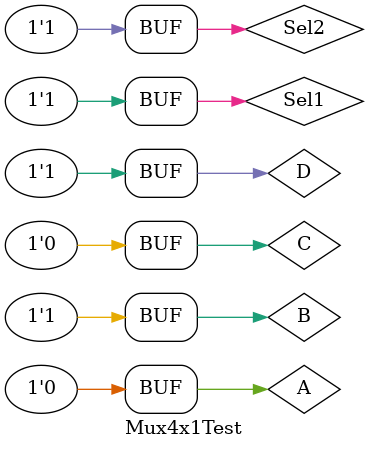
<source format=v>
`timescale 1ns / 1ps


module Mux4x1Test;

	// Inputs
	reg A;
	reg B;
	reg C;
	reg D;
	reg Sel1;
	reg Sel2;

	// Outputs
	wire Z;

	// Instantiate the Unit Under Test (UUT)
	Mux4x1 uut (
		.A(A), 
		.B(B), 
		.C(C), 
		.D(D), 
		.Sel1(Sel1), 
		.Sel2(Sel2), 
		.Z(Z)
	);

	initial begin
		// Initialize Inputs
		A = 0;
		B = 1;
		C = 0;
		D = 1;
		Sel1 = 0;
		Sel2 = 0;

		// Wait 100 ns for global reset to finish
		#100;
        
		// Add stimulus here
		A = 0;
		B = 1;
		C = 0;
		D = 1;
		Sel1 = 0;
		Sel2 = 1;
		
		#100;
		
		A = 0;
		B = 1;
		C = 0;
		D = 1;
		Sel1 = 1;
		Sel2 = 0;
		
		#100;
		
		A = 0;
		B = 1;
		C = 0;
		D = 1;
		Sel1 = 1;
		Sel2 = 1;
		
		#100;
		

	end
      
endmodule


</source>
